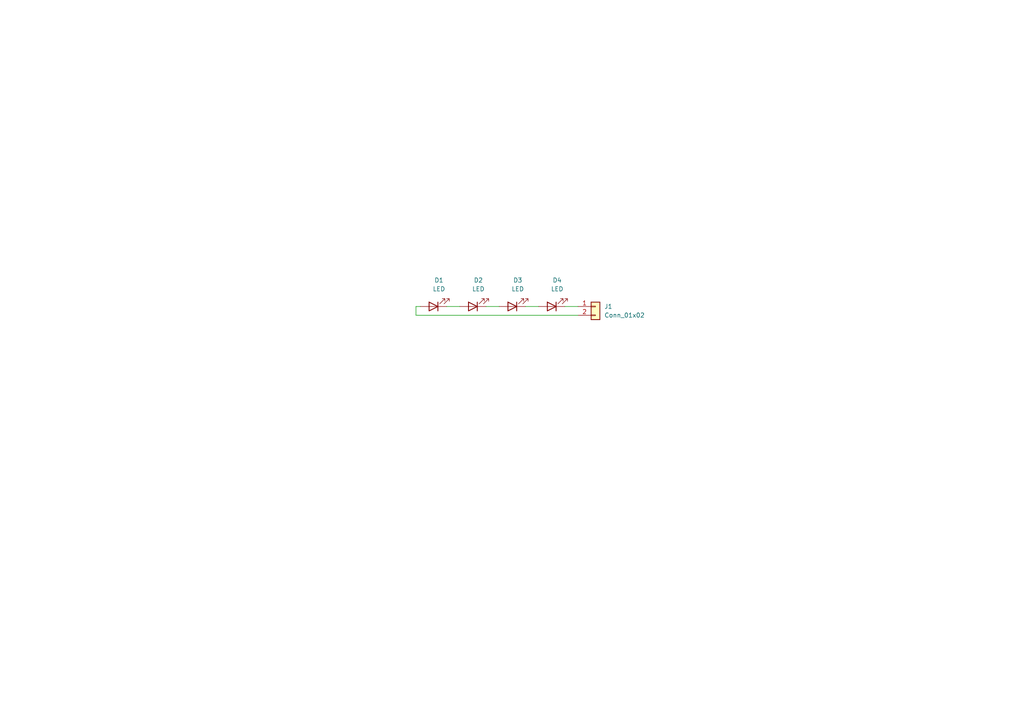
<source format=kicad_sch>
(kicad_sch (version 20230121) (generator eeschema)
  (paper "A4")
  (lib_symbols
    (symbol "Connector_Generic:Conn_01x02" (pin_names (offset 1.016) hide)
      (property "Reference" "J" (at 0 2.54 0))
      (property "Value" "Conn_01x02" (at 0 -5.08 0))
      (symbol "Conn_01x02_1_1"
        (rectangle (start -1.27 -2.413) (end 0 -2.667) (stroke (width 0.1524)))
        (rectangle (start -1.27 0.127) (end 0 -0.127) (stroke (width 0.1524)))
        (rectangle (start -1.27 1.27) (end 1.27 -3.81) (stroke (width 0.254)) (fill (type background)))
        (pin passive line (at -5.08 0 0) (length 3.81) (name "Pin_1") (number "1"))
        (pin passive line (at -5.08 -2.54 0) (length 3.81) (name "Pin_2") (number "2"))
      )
    )
    (symbol "Device:LED" (pin_numbers hide) (pin_names (offset 1.016) hide)
      (property "Reference" "D" (at 0 2.54 0))
      (property "Value" "LED" (at 0 -2.54 0))
      (symbol "LED_0_1"
        (polyline (pts (xy -1.27 -1.27) (xy -1.27 1.27)) (stroke (width 0.254)))
        (polyline (pts (xy -1.27 0) (xy 1.27 0)))
        (polyline (pts (xy 1.27 -1.27) (xy 1.27 1.27) (xy -1.27 0) (xy 1.27 -1.27)) (stroke (width 0.254)))
        (polyline (pts (xy -3.048 -0.762) (xy -4.572 -2.286) (xy -3.81 -2.286) (xy -4.572 -2.286) (xy -4.572 -1.524)))
        (polyline (pts (xy -1.778 -0.762) (xy -3.302 -2.286) (xy -2.54 -2.286) (xy -3.302 -2.286) (xy -3.302 -1.524)))
      )
      (symbol "LED_1_1"
        (pin passive line (at -3.81 0 0) (length 2.54) (name "K") (number "1"))
        (pin passive line (at 3.81 0 180) (length 2.54) (name "A") (number "2"))
      )
    )
  )
  (wire (pts (xy 120.65 91.44) (xy 120.65 88.9)))
  (wire (pts (xy 140.97 88.9) (xy 144.78 88.9)))
  (wire (pts (xy 120.65 88.9) (xy 121.92 88.9)))
  (wire (pts (xy 163.83 88.9) (xy 167.64 88.9)))
  (wire (pts (xy 152.4 88.9) (xy 156.21 88.9)))
  (wire (pts (xy 129.54 88.9) (xy 133.35 88.9)))
  (wire (pts (xy 167.64 91.44) (xy 120.65 91.44)))
  (symbol (lib_id "Device:LED") (at 137.16 88.9 180) (unit 1)
    (property "Reference" "D2" (at 138.7475 81.28 0))
    (property "Value" "LED" (at 138.7475 83.82 0))
  )
  (symbol (lib_id "Device:LED") (at 160.02 88.9 180) (unit 1)
    (property "Reference" "D4" (at 161.6075 81.28 0))
    (property "Value" "LED" (at 161.6075 83.82 0))
  )
  (symbol (lib_id "Device:LED") (at 125.73 88.9 180) (unit 1)
    (property "Reference" "D1" (at 127.3175 81.28 0))
    (property "Value" "LED" (at 127.3175 83.82 0))
  )
  (symbol (lib_id "Device:LED") (at 148.59 88.9 180) (unit 1)
    (property "Reference" "D3" (at 150.1775 81.28 0))
    (property "Value" "LED" (at 150.1775 83.82 0))
  )
  (symbol (lib_id "Connector_Generic:Conn_01x02") (at 172.72 88.9 0) (unit 1)
    (property "Reference" "J1" (at 175.26 88.9 0) (effects (justify left)))
    (property "Value" "Conn_01x02" (at 175.26 91.44 0) (effects (justify left)))
  )
)
</source>
